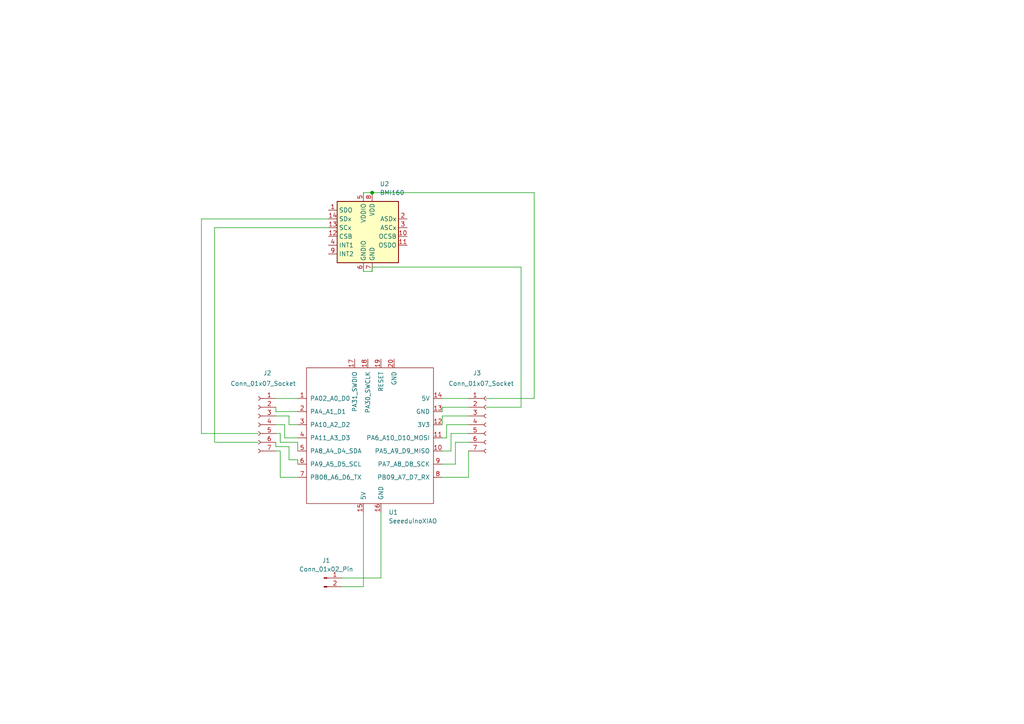
<source format=kicad_sch>
(kicad_sch (version 20231120) (generator "eeschema") (generator_version "8.0")
  (paper "A4")
  (lib_symbols
    (symbol "Connector:Conn_01x02_Pin" (pin_names (offset 1.016) hide)
      (property "Reference" "J" (at 0 2.54 0))
      (property "Value" "Conn_01x02_Pin" (at 0 -5.08 0))
      (symbol "Conn_01x02_Pin_1_1"
        (polyline (pts (xy 1.27 -2.54) (xy 0.8636 -2.54)) (stroke (width 0.1524)))
        (polyline (pts (xy 1.27 0) (xy 0.8636 0)) (stroke (width 0.1524)))
        (rectangle (start 0.8636 -2.413) (end 0 -2.667) (stroke (width 0.1524)) (fill (type outline)))
        (rectangle (start 0.8636 0.127) (end 0 -0.127) (stroke (width 0.1524)) (fill (type outline)))
        (pin passive line (at 5.08 0 180) (length 3.81) (name "Pin_1") (number "1"))
        (pin passive line (at 5.08 -2.54 180) (length 3.81) (name "Pin_2") (number "2"))
      )
    )
    (symbol "Connector:Conn_01x07_Socket" (pin_names (offset 1.016) hide)
      (property "Reference" "J" (at 0 10.16 0))
      (property "Value" "Conn_01x07_Socket" (at 0 -10.16 0))
      (symbol "Conn_01x07_Socket_1_1"
        (arc (start 0 -7.112) (mid -0.5058 -7.62) (end 0 -8.128) (stroke (width 0.1524)))
        (arc (start 0 -4.572) (mid -0.5058 -5.08) (end 0 -5.588) (stroke (width 0.1524)))
        (arc (start 0 -2.032) (mid -0.5058 -2.54) (end 0 -3.048) (stroke (width 0.1524)))
        (polyline (pts (xy -1.27 -7.62) (xy -0.508 -7.62)) (stroke (width 0.1524)))
        (polyline (pts (xy -1.27 -5.08) (xy -0.508 -5.08)) (stroke (width 0.1524)))
        (polyline (pts (xy -1.27 -2.54) (xy -0.508 -2.54)) (stroke (width 0.1524)))
        (polyline (pts (xy -1.27 0) (xy -0.508 0)) (stroke (width 0.1524)))
        (polyline (pts (xy -1.27 2.54) (xy -0.508 2.54)) (stroke (width 0.1524)))
        (polyline (pts (xy -1.27 5.08) (xy -0.508 5.08)) (stroke (width 0.1524)))
        (polyline (pts (xy -1.27 7.62) (xy -0.508 7.62)) (stroke (width 0.1524)))
        (arc (start 0 0.508) (mid -0.5058 0) (end 0 -0.508) (stroke (width 0.1524)))
        (arc (start 0 3.048) (mid -0.5058 2.54) (end 0 2.032) (stroke (width 0.1524)))
        (arc (start 0 5.588) (mid -0.5058 5.08) (end 0 4.572) (stroke (width 0.1524)))
        (arc (start 0 8.128) (mid -0.5058 7.62) (end 0 7.112) (stroke (width 0.1524)))
        (pin passive line (at -5.08 7.62 0) (length 3.81) (name "Pin_1") (number "1"))
        (pin passive line (at -5.08 5.08 0) (length 3.81) (name "Pin_2") (number "2"))
        (pin passive line (at -5.08 2.54 0) (length 3.81) (name "Pin_3") (number "3"))
        (pin passive line (at -5.08 0 0) (length 3.81) (name "Pin_4") (number "4"))
        (pin passive line (at -5.08 -2.54 0) (length 3.81) (name "Pin_5") (number "5"))
        (pin passive line (at -5.08 -5.08 0) (length 3.81) (name "Pin_6") (number "6"))
        (pin passive line (at -5.08 -7.62 0) (length 3.81) (name "Pin_7") (number "7"))
      )
    )
    (symbol "Seeduino-XIAO:SeeeduinoXIAO" (pin_names (offset 1.016))
      (property "Reference" "U" (at -19.05 22.86 0))
      (property "Value" "SeeeduinoXIAO" (at -12.7 21.59 0))
      (symbol "SeeeduinoXIAO_0_1"
        (rectangle (start -19.05 20.32) (end 17.78 -19.05))
      )
      (symbol "SeeeduinoXIAO_1_1"
        (pin unspecified line (at -21.59 11.43 0) (length 2.54) (name "PA02_A0_D0") (number "1"))
        (pin unspecified line (at 20.32 -3.81 180) (length 2.54) (name "PA5_A9_D9_MISO") (number "10"))
        (pin unspecified line (at 20.32 0 180) (length 2.54) (name "PA6_A10_D10_MOSI") (number "11"))
        (pin unspecified line (at 20.32 3.81 180) (length 2.54) (name "3V3") (number "12"))
        (pin unspecified line (at 20.32 7.62 180) (length 2.54) (name "GND") (number "13"))
        (pin unspecified line (at 20.32 11.43 180) (length 2.54) (name "5V") (number "14"))
        (pin input line (at -2.54 -21.59 90) (length 2.54) (name "5V") (number "15"))
        (pin input line (at 2.54 -21.59 90) (length 2.54) (name "GND") (number "16"))
        (pin input line (at -5.08 22.86 270) (length 2.54) (name "PA31_SWDIO") (number "17"))
        (pin input line (at -1.27 22.86 270) (length 2.54) (name "PA30_SWCLK") (number "18"))
        (pin input line (at 2.54 22.86 270) (length 2.54) (name "RESET") (number "19"))
        (pin unspecified line (at -21.59 7.62 0) (length 2.54) (name "PA4_A1_D1") (number "2"))
        (pin input line (at 6.35 22.86 270) (length 2.54) (name "GND") (number "20"))
        (pin unspecified line (at -21.59 3.81 0) (length 2.54) (name "PA10_A2_D2") (number "3"))
        (pin unspecified line (at -21.59 0 0) (length 2.54) (name "PA11_A3_D3") (number "4"))
        (pin unspecified line (at -21.59 -3.81 0) (length 2.54) (name "PA8_A4_D4_SDA") (number "5"))
        (pin unspecified line (at -21.59 -7.62 0) (length 2.54) (name "PA9_A5_D5_SCL") (number "6"))
        (pin unspecified line (at -21.59 -11.43 0) (length 2.54) (name "PB08_A6_D6_TX") (number "7"))
        (pin unspecified line (at 20.32 -11.43 180) (length 2.54) (name "PB09_A7_D7_RX") (number "8"))
        (pin unspecified line (at 20.32 -7.62 180) (length 2.54) (name "PA7_A8_D8_SCK") (number "9"))
      )
    )
    (symbol "Sensor_Motion:BMI160"
      (property "Reference" "U" (at -10.16 8.89 0))
      (property "Value" "BMI160" (at 7.62 8.89 0))
      (symbol "BMI160_1_1"
        (rectangle (start -10.16 7.62) (end 7.62 -10.16) (stroke (width 0.254)) (fill (type background)))
        (pin bidirectional line (at -12.7 5.08 0) (length 2.54) (name "SDO") (number "1"))
        (pin bidirectional line (at 10.16 -2.54 180) (length 2.54) (name "OCSB") (number "10"))
        (pin bidirectional line (at 10.16 -5.08 180) (length 2.54) (name "OSDO") (number "11"))
        (pin input line (at -12.7 -2.54 0) (length 2.54) (name "CSB") (number "12"))
        (pin input line (at -12.7 0 0) (length 2.54) (name "SCx") (number "13"))
        (pin bidirectional line (at -12.7 2.54 0) (length 2.54) (name "SDx") (number "14"))
        (pin bidirectional line (at 10.16 2.54 180) (length 2.54) (name "ASDx") (number "2"))
        (pin output line (at 10.16 0 180) (length 2.54) (name "ASCx") (number "3"))
        (pin bidirectional line (at -12.7 -5.08 0) (length 2.54) (name "INT1") (number "4"))
        (pin power_in line (at -2.54 10.16 270) (length 2.54) (name "VDDIO") (number "5"))
        (pin power_in line (at -2.54 -12.7 90) (length 2.54) (name "GNDIO") (number "6"))
        (pin power_in line (at 0 -12.7 90) (length 2.54) (name "GND") (number "7"))
        (pin power_in line (at 0 10.16 270) (length 2.54) (name "VDD") (number "8"))
        (pin bidirectional line (at -12.7 -7.62 0) (length 2.54) (name "INT2") (number "9"))
      )
    )
  )
  (junction (at 107.95 55.88))
  (wire (pts (xy 135.89 123.19) (xy 129.54 123.19)))
  (wire (pts (xy 130.81 130.81) (xy 128.27 130.81)))
  (wire (pts (xy 86.36 127) (xy 82.55 127)))
  (wire (pts (xy 86.36 133.35) (xy 83.82 133.35)))
  (wire (pts (xy 128.27 118.11) (xy 128.27 119.38)))
  (wire (pts (xy 135.89 130.81) (xy 135.89 138.43)))
  (wire (pts (xy 86.36 128.27) (xy 81.28 128.27)))
  (wire (pts (xy 135.89 128.27) (xy 132.08 128.27)))
  (wire (pts (xy 128.27 115.57) (xy 135.89 115.57)))
  (wire (pts (xy 80.01 130.81) (xy 81.28 130.81)))
  (wire (pts (xy 80.01 119.38) (xy 80.01 118.11)))
  (wire (pts (xy 86.36 134.62) (xy 86.36 133.35)))
  (wire (pts (xy 80.01 129.54) (xy 80.01 128.27)))
  (wire (pts (xy 110.49 167.64) (xy 99.06 167.64)))
  (wire (pts (xy 81.28 125.73) (xy 80.01 125.73)))
  (wire (pts (xy 105.41 78.74) (xy 107.95 78.74)))
  (wire (pts (xy 62.23 66.04) (xy 95.25 66.04)))
  (wire (pts (xy 99.06 170.18) (xy 105.41 170.18)))
  (wire (pts (xy 107.95 77.47) (xy 107.95 78.74)))
  (wire (pts (xy 83.82 133.35) (xy 83.82 129.54)))
  (wire (pts (xy 154.94 115.57) (xy 154.94 55.88)))
  (wire (pts (xy 83.82 120.65) (xy 80.01 120.65)))
  (wire (pts (xy 140.97 115.57) (xy 154.94 115.57)))
  (wire (pts (xy 105.41 170.18) (xy 105.41 148.59)))
  (wire (pts (xy 82.55 123.19) (xy 80.01 123.19)))
  (wire (pts (xy 107.95 55.88) (xy 154.94 55.88)))
  (wire (pts (xy 83.82 129.54) (xy 80.01 129.54)))
  (wire (pts (xy 81.28 138.43) (xy 81.28 130.81)))
  (wire (pts (xy 129.54 123.19) (xy 129.54 127)))
  (wire (pts (xy 105.41 55.88) (xy 107.95 55.88)))
  (wire (pts (xy 110.49 148.59) (xy 110.49 167.64)))
  (wire (pts (xy 135.89 120.65) (xy 128.27 120.65)))
  (wire (pts (xy 140.97 118.11) (xy 151.13 118.11)))
  (wire (pts (xy 132.08 134.62) (xy 128.27 134.62)))
  (wire (pts (xy 129.54 127) (xy 128.27 127)))
  (wire (pts (xy 82.55 127) (xy 82.55 123.19)))
  (wire (pts (xy 74.93 125.73) (xy 58.42 125.73)))
  (wire (pts (xy 107.95 77.47) (xy 151.13 77.47)))
  (wire (pts (xy 128.27 120.65) (xy 128.27 123.19)))
  (wire (pts (xy 86.36 138.43) (xy 81.28 138.43)))
  (wire (pts (xy 74.93 128.27) (xy 62.23 128.27)))
  (wire (pts (xy 86.36 130.81) (xy 86.36 128.27)))
  (wire (pts (xy 58.42 63.5) (xy 95.25 63.5)))
  (wire (pts (xy 80.01 115.57) (xy 86.36 115.57)))
  (wire (pts (xy 135.89 118.11) (xy 128.27 118.11)))
  (wire (pts (xy 81.28 128.27) (xy 81.28 125.73)))
  (wire (pts (xy 86.36 119.38) (xy 80.01 119.38)))
  (wire (pts (xy 62.23 128.27) (xy 62.23 66.04)))
  (wire (pts (xy 128.27 138.43) (xy 135.89 138.43)))
  (wire (pts (xy 58.42 125.73) (xy 58.42 63.5)))
  (wire (pts (xy 151.13 77.47) (xy 151.13 118.11)))
  (wire (pts (xy 132.08 128.27) (xy 132.08 134.62)))
  (wire (pts (xy 86.36 123.19) (xy 83.82 123.19)))
  (wire (pts (xy 135.89 125.73) (xy 130.81 125.73)))
  (wire (pts (xy 130.81 125.73) (xy 130.81 130.81)))
  (wire (pts (xy 83.82 123.19) (xy 83.82 120.65)))
  (symbol (lib_id "Connector:Conn_01x07_Socket") (at 74.93 123.19 0) (mirror y) (unit 1)
    (property "Reference" "J2" (at 78.74 108.204 0) (effects (justify left)))
    (property "Value" "Conn_01x07_Socket" (at 85.852 111.252 0) (effects (justify left)))
    (property "Footprint" "Connector_PinSocket_2.54mm:PinSocket_1x07_P2.54mm_Vertical" (effects (hide yes)))
    (property "Description" "Generic connector, single row, 01x07, script generated" (effects (hide yes)))
  )
  (symbol (lib_id "Connector:Conn_01x02_Pin") (at 93.98 167.64 0) (unit 1)
    (property "Reference" "J1" (at 94.615 162.56 0))
    (property "Value" "Conn_01x02_Pin" (at 94.615 165.1 0))
    (property "Footprint" "Connector_JST:JST_PH_B2B-PH-K_1x02_P2.00mm_Vertical" (effects (hide yes)))
    (property "Description" "Generic connector, single row, 01x02, script generated" (effects (hide yes)))
  )
  (symbol (lib_id "Sensor_Motion:BMI160") (at 107.95 66.04 0) (unit 1)
    (property "Reference" "U2" (at 110.1441 53.34 0) (effects (justify left)))
    (property "Value" "BMI160" (at 110.1441 55.88 0) (effects (justify left)))
    (property "Footprint" "Package_LGA:Bosch_LGA-14_3x2.5mm_P0.5mm" (effects (hide yes)))
    (property "Datasheet" "https://www.bosch-sensortec.com/media/boschsensortec/downloads/datasheets/bst-bmi160-ds000.pdf" (effects (hide yes)))
    (property "Description" "Small, low power inertial measurement unit, LGA-14" (effects (hide yes)))
  )
  (symbol (lib_id "Seeduino-XIAO:SeeeduinoXIAO") (at 107.95 127 0) (unit 1)
    (property "Reference" "U1" (at 112.6841 148.59 0) (effects (justify left)))
    (property "Value" "SeeeduinoXIAO" (at 112.6841 151.13 0) (effects (justify left)))
    (property "Footprint" "xiao:MOUDLE14P-2.54-21X17.8MM" (effects (hide yes)))
  )
  (symbol (lib_id "Connector:Conn_01x07_Socket") (at 140.97 123.19 0) (unit 1)
    (property "Reference" "J3" (at 137.16 108.204 0) (effects (justify left)))
    (property "Value" "Conn_01x07_Socket" (at 130.048 111.252 0) (effects (justify left)))
    (property "Footprint" "Connector_PinSocket_2.54mm:PinSocket_1x07_P2.54mm_Vertical" (effects (hide yes)))
    (property "Description" "Generic connector, single row, 01x07, script generated" (effects (hide yes)))
  )
)
</source>
